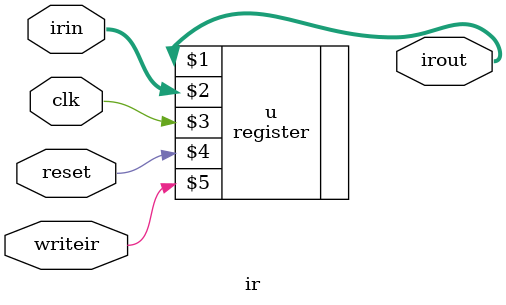
<source format=v>
module ir(irout,irin,clk,reset,writeir);

output[31:0] irout;
input[31:0] irin;
input clk,reset,writeir;

register  u(irout,irin,clk,reset,writeir);

endmodule

</source>
